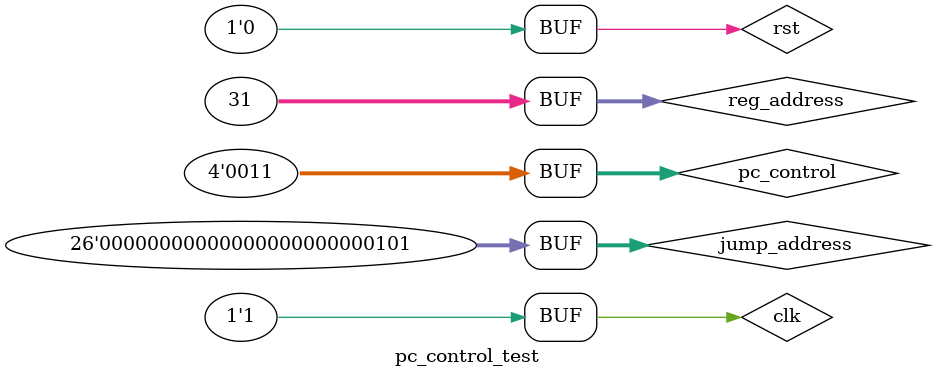
<source format=v>
`timescale 1ns / 1ps


module pc_control_test;

	// Inputs
	reg clk;
	reg rst;
	reg [3:0] pc_control;
	reg [25:0] jump_address;
	reg [31:0] reg_address;

	// Outputs
	wire [31:0] pc;

	// Instantiate the Unit Under Test (UUT)
	program_counter uut (
		.clk(clk), 
		.rst(rst), 
		.pc_control(pc_control), 
		.jump_address(jump_address), 
		.reg_address(reg_address), 
		.pc(pc)
	);

	initial begin
		// Initialize Inputs
		clk = 0;
		rst = 0;
		pc_control = 0;
		jump_address = 5;
		reg_address = 31;

		// Wait 100 ns for global reset to finish
		#50;
        rst = 1;
        clk = 1;
        #50;
        rst = 0;
        clk = 0;
        #50;
        clk = 1;
        pc_control = 0;
        #50;
        clk = 0;
        #50;
        clk = 1;
        pc_control = 1;
        #50;
        clk = 0;
        #50;
        clk = 1;
        pc_control = 2;
        #50;
        clk = 0;
        #50;
        clk = 1;
        pc_control = 3;
		// Add stimulus here

	end
      
endmodule


</source>
